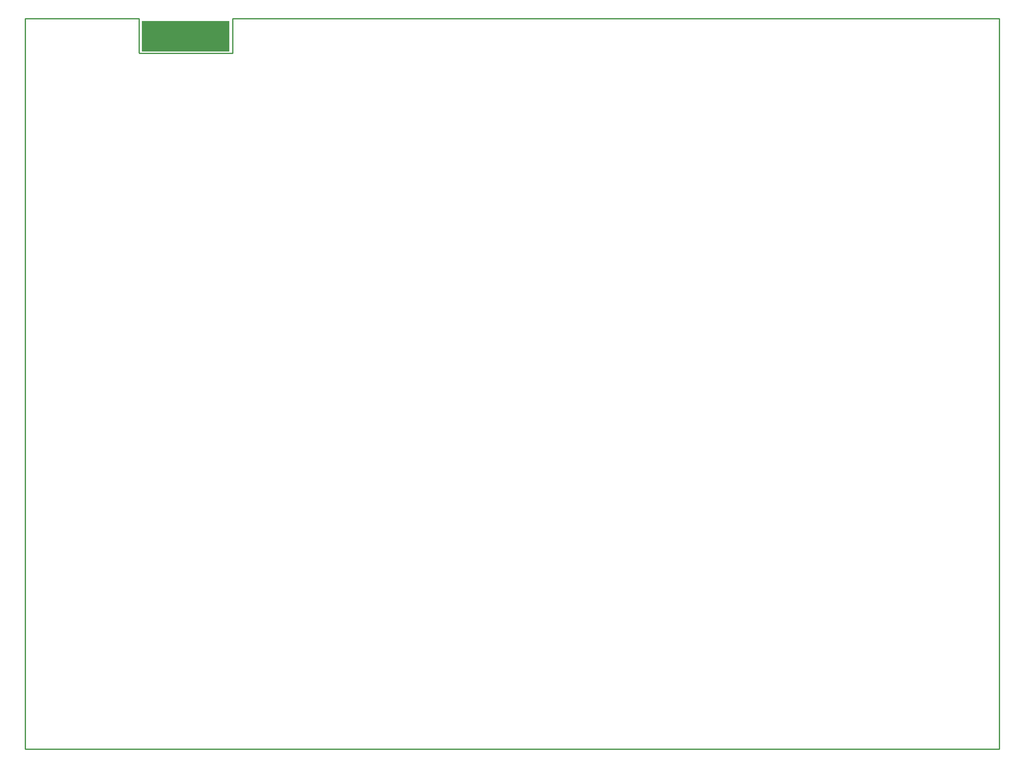
<source format=gko>
G04*
G04 #@! TF.GenerationSoftware,Altium Limited,Altium Designer,22.11.1 (43)*
G04*
G04 Layer_Color=16711935*
%FSLAX25Y25*%
%MOIN*%
G70*
G04*
G04 #@! TF.SameCoordinates,E00A9952-D2AD-4094-941F-04495088175D*
G04*
G04*
G04 #@! TF.FilePolarity,Positive*
G04*
G01*
G75*
%ADD12C,0.01000*%
%ADD230R,0.70866X0.24803*%
D12*
X92126Y562992D02*
X92520Y562598D01*
X92126Y562992D02*
Y590551D01*
X167717D02*
X787402D01*
X167717Y562598D02*
Y590551D01*
X92520Y562598D02*
X167717D01*
X0Y590551D02*
X92126D01*
X787402Y256693D02*
Y333465D01*
X0Y0D02*
Y590551D01*
Y0D02*
X787402D01*
Y256693D01*
Y333465D02*
Y590551D01*
D230*
X129921Y576536D02*
D03*
D03*
M02*

</source>
